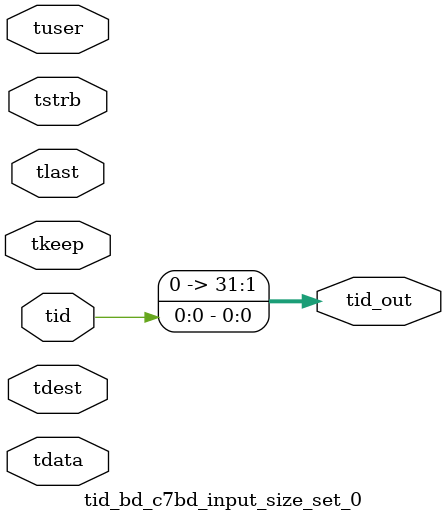
<source format=v>


`timescale 1ps/1ps

module tid_bd_c7bd_input_size_set_0 #
(
parameter C_S_AXIS_TID_WIDTH   = 1,
parameter C_S_AXIS_TUSER_WIDTH = 0,
parameter C_S_AXIS_TDATA_WIDTH = 0,
parameter C_S_AXIS_TDEST_WIDTH = 0,
parameter C_M_AXIS_TID_WIDTH   = 32
)
(
input  [(C_S_AXIS_TID_WIDTH   == 0 ? 1 : C_S_AXIS_TID_WIDTH)-1:0       ] tid,
input  [(C_S_AXIS_TDATA_WIDTH == 0 ? 1 : C_S_AXIS_TDATA_WIDTH)-1:0     ] tdata,
input  [(C_S_AXIS_TUSER_WIDTH == 0 ? 1 : C_S_AXIS_TUSER_WIDTH)-1:0     ] tuser,
input  [(C_S_AXIS_TDEST_WIDTH == 0 ? 1 : C_S_AXIS_TDEST_WIDTH)-1:0     ] tdest,
input  [(C_S_AXIS_TDATA_WIDTH/8)-1:0 ] tkeep,
input  [(C_S_AXIS_TDATA_WIDTH/8)-1:0 ] tstrb,
input                                                                    tlast,
output [(C_M_AXIS_TID_WIDTH   == 0 ? 1 : C_M_AXIS_TID_WIDTH)-1:0       ] tid_out
);

assign tid_out = {tid[0:0]};

endmodule


</source>
